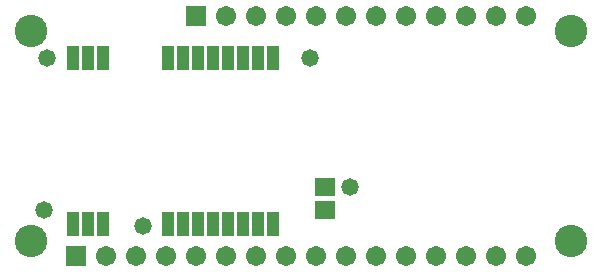
<source format=gts>
G04*
G04 #@! TF.GenerationSoftware,Altium Limited,Altium Designer,20.1.12 (249)*
G04*
G04 Layer_Color=8388736*
%FSLAX25Y25*%
%MOIN*%
G70*
G04*
G04 #@! TF.SameCoordinates,33CBB710-F513-43EE-AC46-A9A21D48704F*
G04*
G04*
G04 #@! TF.FilePolarity,Negative*
G04*
G01*
G75*
%ADD15R,0.06706X0.06312*%
%ADD16R,0.04343X0.07887*%
%ADD17R,0.04343X0.07887*%
%ADD18C,0.06706*%
%ADD19R,0.06706X0.06706*%
%ADD20C,0.10800*%
%ADD21C,0.05800*%
D15*
X108000Y20520D02*
D03*
Y28000D02*
D03*
D16*
X24035Y71059D02*
D03*
X29035D02*
D03*
X34035D02*
D03*
X90964Y15941D02*
D03*
X85964D02*
D03*
X80964D02*
D03*
X75964D02*
D03*
X70964D02*
D03*
X65964D02*
D03*
X60964D02*
D03*
X34035D02*
D03*
X29035D02*
D03*
X24035D02*
D03*
X55964D02*
D03*
D17*
Y71059D02*
D03*
X60964D02*
D03*
X65964D02*
D03*
X70964D02*
D03*
X75964D02*
D03*
X80964D02*
D03*
X85964D02*
D03*
X90964D02*
D03*
D18*
X75000Y85000D02*
D03*
X85000D02*
D03*
X95000D02*
D03*
X105000D02*
D03*
X115000D02*
D03*
X125000D02*
D03*
X135000D02*
D03*
X145000D02*
D03*
X155000D02*
D03*
X165000D02*
D03*
X175000D02*
D03*
X35000Y5000D02*
D03*
X45000D02*
D03*
X55000D02*
D03*
X65000D02*
D03*
X75000D02*
D03*
X85000D02*
D03*
X95000D02*
D03*
X105000D02*
D03*
X115000D02*
D03*
X125000D02*
D03*
X135000D02*
D03*
X145000D02*
D03*
X155000D02*
D03*
X165000D02*
D03*
X175000D02*
D03*
D19*
X65000Y85000D02*
D03*
X25000Y5000D02*
D03*
D20*
X190000Y10000D02*
D03*
Y80000D02*
D03*
X10000D02*
D03*
Y10000D02*
D03*
D21*
X116500Y28000D02*
D03*
X47500Y15000D02*
D03*
X15500Y71000D02*
D03*
X14500Y20500D02*
D03*
X103059Y71059D02*
D03*
M02*

</source>
